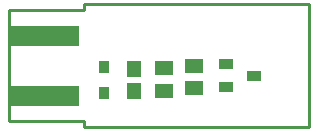
<source format=gbp>
G04 #@! TF.FileFunction,Paste,Bot*
%FSLAX46Y46*%
G04 Gerber Fmt 4.6, Leading zero omitted, Abs format (unit mm)*
G04 Created by KiCad (PCBNEW 0.201511011201+6288~30~ubuntu15.10.1-product) date Wed Nov  4 22:56:01 2015*
%MOMM*%
G01*
G04 APERTURE LIST*
%ADD10C,0.150000*%
%ADD11C,0.254000*%
%ADD12R,0.889000X1.016000*%
%ADD13R,1.270000X0.889000*%
%ADD14R,1.498600X1.300480*%
%ADD15R,1.143000X1.397000*%
%ADD16R,5.842000X1.778000*%
G04 APERTURE END LIST*
D10*
D11*
X31750000Y-25908000D02*
X31750000Y-25400000D01*
X25400000Y-25908000D02*
X31750000Y-25908000D01*
X31750000Y-35306000D02*
X31750000Y-35814000D01*
X25400000Y-35306000D02*
X31750000Y-35306000D01*
X25400000Y-35306000D02*
X25400000Y-25908000D01*
X50800000Y-35814000D02*
X31750000Y-35814000D01*
X50800000Y-25400000D02*
X50800000Y-35814000D01*
X31750000Y-25400000D02*
X50800000Y-25400000D01*
D12*
X33464500Y-30734000D03*
X33464500Y-32893000D03*
D13*
X43751500Y-32385000D03*
X46164500Y-31432500D03*
X43751500Y-30480000D03*
D14*
X38481000Y-30797500D03*
X38481000Y-32702500D03*
X41021000Y-32512000D03*
X41021000Y-30607000D03*
D15*
X35941000Y-30861000D03*
X35941000Y-32766000D03*
D16*
X28448000Y-33147000D03*
X28448000Y-28067000D03*
M02*

</source>
